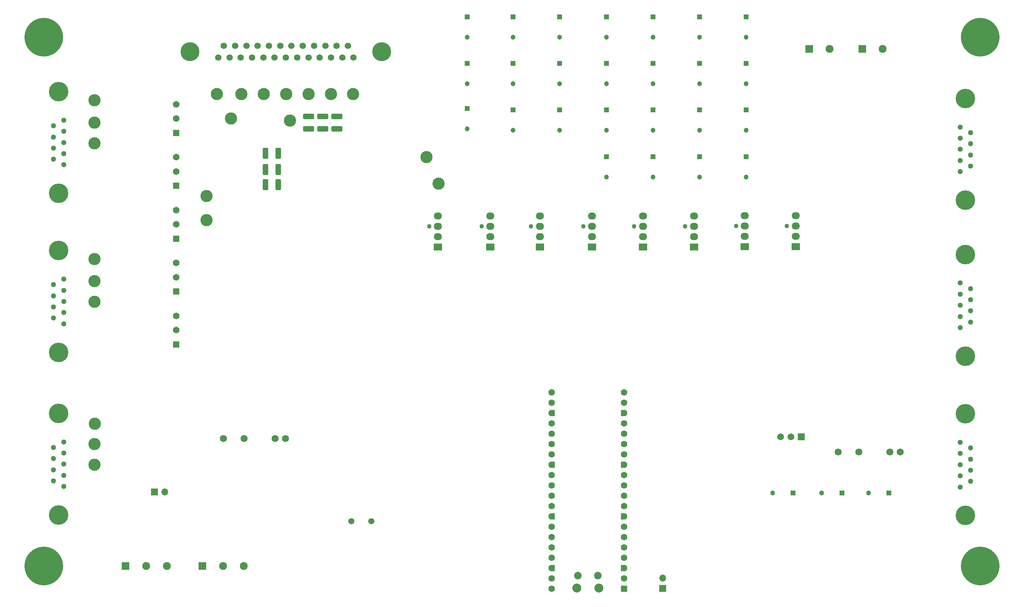
<source format=gbr>
%TF.GenerationSoftware,KiCad,Pcbnew,9.0.0*%
%TF.CreationDate,2025-04-28T14:03:09-07:00*%
%TF.ProjectId,ControlBoard,436f6e74-726f-46c4-926f-6172642e6b69,rev?*%
%TF.SameCoordinates,Original*%
%TF.FileFunction,Soldermask,Bot*%
%TF.FilePolarity,Negative*%
%FSLAX46Y46*%
G04 Gerber Fmt 4.6, Leading zero omitted, Abs format (unit mm)*
G04 Created by KiCad (PCBNEW 9.0.0) date 2025-04-28 14:03:09*
%MOMM*%
%LPD*%
G01*
G04 APERTURE LIST*
G04 Aperture macros list*
%AMRoundRect*
0 Rectangle with rounded corners*
0 $1 Rounding radius*
0 $2 $3 $4 $5 $6 $7 $8 $9 X,Y pos of 4 corners*
0 Add a 4 corners polygon primitive as box body*
4,1,4,$2,$3,$4,$5,$6,$7,$8,$9,$2,$3,0*
0 Add four circle primitives for the rounded corners*
1,1,$1+$1,$2,$3*
1,1,$1+$1,$4,$5*
1,1,$1+$1,$6,$7*
1,1,$1+$1,$8,$9*
0 Add four rect primitives between the rounded corners*
20,1,$1+$1,$2,$3,$4,$5,0*
20,1,$1+$1,$4,$5,$6,$7,0*
20,1,$1+$1,$6,$7,$8,$9,0*
20,1,$1+$1,$8,$9,$2,$3,0*%
%AMFreePoly0*
4,1,37,0.603843,0.796157,0.639018,0.796157,0.711114,0.766294,0.766294,0.711114,0.796157,0.639018,0.796157,0.603843,0.800000,0.600000,0.800000,-0.600000,0.796157,-0.603843,0.796157,-0.639018,0.766294,-0.711114,0.711114,-0.766294,0.639018,-0.796157,0.603843,-0.796157,0.600000,-0.800000,0.000000,-0.800000,0.000000,-0.796148,-0.078414,-0.796148,-0.232228,-0.765552,-0.377117,-0.705537,
-0.507515,-0.618408,-0.618408,-0.507515,-0.705537,-0.377117,-0.765552,-0.232228,-0.796148,-0.078414,-0.796148,0.078414,-0.765552,0.232228,-0.705537,0.377117,-0.618408,0.507515,-0.507515,0.618408,-0.377117,0.705537,-0.232228,0.765552,-0.078414,0.796148,0.000000,0.796148,0.000000,0.800000,0.600000,0.800000,0.603843,0.796157,0.603843,0.796157,$1*%
%AMFreePoly1*
4,1,37,0.000000,0.796148,0.078414,0.796148,0.232228,0.765552,0.377117,0.705537,0.507515,0.618408,0.618408,0.507515,0.705537,0.377117,0.765552,0.232228,0.796148,0.078414,0.796148,-0.078414,0.765552,-0.232228,0.705537,-0.377117,0.618408,-0.507515,0.507515,-0.618408,0.377117,-0.705537,0.232228,-0.765552,0.078414,-0.796148,0.000000,-0.796148,0.000000,-0.800000,-0.600000,-0.800000,
-0.603843,-0.796157,-0.639018,-0.796157,-0.711114,-0.766294,-0.766294,-0.711114,-0.796157,-0.639018,-0.796157,-0.603843,-0.800000,-0.600000,-0.800000,0.600000,-0.796157,0.603843,-0.796157,0.639018,-0.766294,0.711114,-0.711114,0.766294,-0.639018,0.796157,-0.603843,0.796157,-0.600000,0.800000,0.000000,0.800000,0.000000,0.796148,0.000000,0.796148,$1*%
G04 Aperture macros list end*
%ADD10C,3.000000*%
%ADD11R,1.200000X1.200000*%
%ADD12C,1.200000*%
%ADD13R,1.950000X1.950000*%
%ADD14C,1.950000*%
%ADD15C,1.300000*%
%ADD16C,4.800000*%
%ADD17C,9.500000*%
%ADD18C,2.200000*%
%ADD19C,1.850000*%
%ADD20RoundRect,0.200000X0.600000X0.600000X-0.600000X0.600000X-0.600000X-0.600000X0.600000X-0.600000X0*%
%ADD21C,1.600000*%
%ADD22FreePoly0,180.000000*%
%ADD23FreePoly1,180.000000*%
%ADD24R,1.650000X1.650000*%
%ADD25C,1.650000*%
%ADD26C,1.100000*%
%ADD27R,2.030000X1.730000*%
%ADD28O,2.030000X1.730000*%
%ADD29R,1.700000X1.700000*%
%ADD30O,1.700000X1.700000*%
%ADD31C,1.725000*%
%ADD32R,1.665000X1.665000*%
%ADD33C,1.665000*%
%ADD34C,1.575000*%
%ADD35C,4.650000*%
%ADD36C,1.500000*%
%ADD37RoundRect,0.250000X1.100000X-0.412500X1.100000X0.412500X-1.100000X0.412500X-1.100000X-0.412500X0*%
%ADD38RoundRect,0.250000X0.412500X1.100000X-0.412500X1.100000X-0.412500X-1.100000X0.412500X-1.100000X0*%
G04 APERTURE END LIST*
D10*
%TO.C,TP23*%
X129000000Y-64500000D03*
%TD*%
D11*
%TO.C,C39*%
X139000000Y-41450000D03*
D12*
X139000000Y-46450000D03*
%TD*%
D13*
%TO.C,J16*%
X236050000Y-37900000D03*
D14*
X241050000Y-37900000D03*
%TD*%
D10*
%TO.C,TP9*%
X83500000Y-49000000D03*
%TD*%
%TO.C,TP10*%
X89000000Y-49000000D03*
%TD*%
%TO.C,TP27*%
X47550000Y-130000000D03*
%TD*%
%TO.C,TP24*%
X75000000Y-74000000D03*
%TD*%
D15*
%TO.C,J11*%
X260059610Y-95410000D03*
X260059610Y-98150000D03*
X260059610Y-100890000D03*
X260059610Y-103630000D03*
X260059610Y-106370000D03*
X262599610Y-96780000D03*
X262599610Y-99520000D03*
X262599610Y-102260000D03*
X262599610Y-105000000D03*
D16*
X261329610Y-88390000D03*
X261329610Y-113390000D03*
%TD*%
D10*
%TO.C,TP21*%
X75000000Y-80000000D03*
%TD*%
D13*
%TO.C,J17*%
X73920000Y-165000000D03*
D14*
X79000000Y-165000000D03*
X84080000Y-165000000D03*
%TD*%
D11*
%TO.C,C60*%
X150250000Y-52900000D03*
D12*
X150250000Y-57900000D03*
%TD*%
D10*
%TO.C,TP25*%
X47500000Y-50500000D03*
%TD*%
%TO.C,TP20*%
X47500000Y-61050000D03*
%TD*%
D11*
%TO.C,C64*%
X173150000Y-64350000D03*
D12*
X173150000Y-69350000D03*
%TD*%
D11*
%TO.C,C63*%
X184600000Y-64350000D03*
D12*
X184600000Y-69350000D03*
%TD*%
D17*
%TO.C,H3*%
X35000000Y-35000000D03*
%TD*%
D11*
%TO.C,C47*%
X161700000Y-30000000D03*
D12*
X161700000Y-35000000D03*
%TD*%
D18*
%TO.C,A1*%
X171335000Y-170390000D03*
D19*
X171035000Y-167360000D03*
X166185000Y-167360000D03*
D18*
X165885000Y-170390000D03*
D20*
X177500000Y-170520000D03*
D21*
X177500000Y-167980000D03*
D22*
X177500000Y-165440000D03*
D21*
X177500000Y-162900000D03*
X177500000Y-160360000D03*
X177500000Y-157820000D03*
X177500000Y-155280000D03*
D22*
X177500000Y-152740000D03*
D21*
X177500000Y-150200000D03*
X177500000Y-147660000D03*
X177500000Y-145120000D03*
X177500000Y-142580000D03*
D22*
X177500000Y-140040000D03*
D21*
X177500000Y-137500000D03*
X177500000Y-134960000D03*
X177500000Y-132420000D03*
X177500000Y-129880000D03*
D22*
X177500000Y-127340000D03*
D21*
X177500000Y-124800000D03*
X177500000Y-122260000D03*
X159720000Y-122260000D03*
X159720000Y-124800000D03*
D23*
X159720000Y-127340000D03*
D21*
X159720000Y-129880000D03*
X159720000Y-132420000D03*
X159720000Y-134960000D03*
X159720000Y-137500000D03*
D23*
X159720000Y-140040000D03*
D21*
X159720000Y-142580000D03*
X159720000Y-145120000D03*
X159720000Y-147660000D03*
X159720000Y-150200000D03*
D23*
X159720000Y-152740000D03*
D21*
X159720000Y-155280000D03*
X159720000Y-157820000D03*
X159720000Y-160360000D03*
X159720000Y-162900000D03*
D23*
X159720000Y-165440000D03*
D21*
X159720000Y-167980000D03*
X159720000Y-170520000D03*
%TD*%
D24*
%TO.C,J5*%
X67500000Y-58500000D03*
D25*
X67500000Y-55000000D03*
X67500000Y-51500000D03*
%TD*%
D10*
%TO.C,TP8*%
X77500000Y-49000000D03*
%TD*%
D26*
%TO.C,M4*%
X167500000Y-81460000D03*
D27*
X169660000Y-86540000D03*
D28*
X169660000Y-84000000D03*
X169660000Y-81460000D03*
X169660000Y-78920000D03*
%TD*%
D24*
%TO.C,J7*%
X67500000Y-71500000D03*
D25*
X67500000Y-68000000D03*
X67500000Y-64500000D03*
%TD*%
D11*
%TO.C,C55*%
X207500000Y-52900000D03*
D12*
X207500000Y-57900000D03*
%TD*%
D29*
%TO.C,J1*%
X187000000Y-170500000D03*
D30*
X187000000Y-167960000D03*
%TD*%
D11*
%TO.C,C59*%
X161700000Y-52900000D03*
D12*
X161700000Y-57900000D03*
%TD*%
D10*
%TO.C,TP15*%
X47500000Y-135000000D03*
%TD*%
D26*
%TO.C,M3*%
X154660000Y-81460000D03*
D27*
X156820000Y-86540000D03*
D28*
X156820000Y-84000000D03*
X156820000Y-81460000D03*
X156820000Y-78920000D03*
%TD*%
D11*
%TO.C,C52*%
X173150000Y-41450000D03*
D12*
X173150000Y-46450000D03*
%TD*%
D31*
%TO.C,PS1*%
X245325000Y-136915000D03*
X242785000Y-136915000D03*
X235165000Y-136915000D03*
X230085000Y-136915000D03*
%TD*%
D11*
%TO.C,C48*%
X150250000Y-30000000D03*
D12*
X150250000Y-35000000D03*
%TD*%
D15*
%TO.C,J13*%
X260059610Y-134581500D03*
X260059610Y-137321500D03*
X260059610Y-140061500D03*
X260059610Y-142801500D03*
X260059610Y-145541500D03*
X262599610Y-135951500D03*
X262599610Y-138691500D03*
X262599610Y-141431500D03*
X262599610Y-144171500D03*
D16*
X261329610Y-127561500D03*
X261329610Y-152561500D03*
%TD*%
D26*
%TO.C,M5*%
X180000000Y-81460000D03*
D27*
X182160000Y-86540000D03*
D28*
X182160000Y-84000000D03*
X182160000Y-81460000D03*
X182160000Y-78920000D03*
%TD*%
D11*
%TO.C,C49*%
X207500000Y-41450000D03*
D12*
X207500000Y-46450000D03*
%TD*%
D11*
%TO.C,C53*%
X161700000Y-41450000D03*
D12*
X161700000Y-46450000D03*
%TD*%
D15*
%TO.C,J10*%
X39940390Y-66370000D03*
X39940390Y-63630000D03*
X39940390Y-60890000D03*
X39940390Y-58150000D03*
X39940390Y-55410000D03*
X37400390Y-65000000D03*
X37400390Y-62260000D03*
X37400390Y-59520000D03*
X37400390Y-56780000D03*
D16*
X38670390Y-73390000D03*
X38670390Y-48390000D03*
%TD*%
D17*
%TO.C,H1*%
X265000000Y-35000000D03*
%TD*%
D11*
%TO.C,C51*%
X184600000Y-41450000D03*
D12*
X184600000Y-46450000D03*
%TD*%
D11*
%TO.C,C62*%
X196050000Y-64350000D03*
D12*
X196050000Y-69350000D03*
%TD*%
D11*
%TO.C,C42*%
X242500000Y-147000000D03*
D12*
X237500000Y-147000000D03*
%TD*%
D24*
%TO.C,J24*%
X67500000Y-110500000D03*
D25*
X67500000Y-107000000D03*
X67500000Y-103500000D03*
%TD*%
D11*
%TO.C,C43*%
X207500000Y-30000000D03*
D12*
X207500000Y-35000000D03*
%TD*%
D26*
%TO.C,M1*%
X129660000Y-81460000D03*
D27*
X131820000Y-86540000D03*
D28*
X131820000Y-84000000D03*
X131820000Y-81460000D03*
X131820000Y-78920000D03*
%TD*%
D11*
%TO.C,C57*%
X184600000Y-52900000D03*
D12*
X184600000Y-57900000D03*
%TD*%
D11*
%TO.C,C45*%
X184600000Y-30000000D03*
D12*
X184600000Y-35000000D03*
%TD*%
D31*
%TO.C,PS3*%
X94325000Y-133615000D03*
X91785000Y-133615000D03*
X84165000Y-133615000D03*
X79085000Y-133615000D03*
%TD*%
D10*
%TO.C,TP19*%
X47500000Y-56000000D03*
%TD*%
D15*
%TO.C,J4*%
X260059610Y-57081500D03*
X260059610Y-59821500D03*
X260059610Y-62561500D03*
X260059610Y-65301500D03*
X260059610Y-68041500D03*
X262599610Y-58451500D03*
X262599610Y-61191500D03*
X262599610Y-63931500D03*
X262599610Y-66671500D03*
D16*
X261329610Y-50061500D03*
X261329610Y-75061500D03*
%TD*%
D10*
%TO.C,TP11*%
X94500000Y-49000000D03*
%TD*%
D32*
%TO.C,PS2*%
X221040000Y-133225000D03*
D33*
X218500000Y-133225000D03*
X215960000Y-133225000D03*
%TD*%
D17*
%TO.C,H4*%
X35000000Y-165000000D03*
%TD*%
D11*
%TO.C,C54*%
X150250000Y-41450000D03*
D12*
X150250000Y-46450000D03*
%TD*%
D11*
%TO.C,C37*%
X139000000Y-30000000D03*
D12*
X139000000Y-35000000D03*
%TD*%
D11*
%TO.C,C41*%
X231000000Y-147000000D03*
D12*
X226000000Y-147000000D03*
%TD*%
D17*
%TO.C,H2*%
X265000000Y-165000000D03*
%TD*%
D10*
%TO.C,TP12*%
X100000000Y-49000000D03*
%TD*%
D11*
%TO.C,C40*%
X219000000Y-147000000D03*
D12*
X214000000Y-147000000D03*
%TD*%
D10*
%TO.C,TP7*%
X81000000Y-55000000D03*
%TD*%
D11*
%TO.C,C50*%
X196050000Y-41450000D03*
D12*
X196050000Y-46450000D03*
%TD*%
D13*
%TO.C,J3*%
X55080000Y-165000000D03*
D14*
X60160000Y-165000000D03*
X65240000Y-165000000D03*
%TD*%
D34*
%TO.C,J6*%
X77840000Y-40000000D03*
X80610000Y-40000000D03*
X83380000Y-40000000D03*
X86150000Y-40000000D03*
X88920000Y-40000000D03*
X91690000Y-40000000D03*
X94460000Y-40000000D03*
X97230000Y-40000000D03*
X100000000Y-40000000D03*
X102770000Y-40000000D03*
X105540000Y-40000000D03*
X108310000Y-40000000D03*
X111080000Y-40000000D03*
X109695000Y-37160000D03*
X106925000Y-37160000D03*
X104155000Y-37160000D03*
X101385000Y-37160000D03*
X98615000Y-37160000D03*
X95845000Y-37160000D03*
X93075000Y-37160000D03*
X90305000Y-37160000D03*
X87535000Y-37160000D03*
X84765000Y-37160000D03*
X81995000Y-37160000D03*
X79225000Y-37160000D03*
D35*
X70940000Y-38580000D03*
X117980000Y-38580000D03*
%TD*%
D26*
%TO.C,M6*%
X192500000Y-81460000D03*
D27*
X194660000Y-86540000D03*
D28*
X194660000Y-84000000D03*
X194660000Y-81460000D03*
X194660000Y-78920000D03*
%TD*%
D26*
%TO.C,M7*%
X205000000Y-81420000D03*
D27*
X207160000Y-86500000D03*
D28*
X207160000Y-83960000D03*
X207160000Y-81420000D03*
X207160000Y-78880000D03*
%TD*%
D29*
%TO.C,JP1*%
X62225000Y-146750000D03*
D30*
X64765000Y-146750000D03*
%TD*%
D10*
%TO.C,TP26*%
X47500000Y-89500000D03*
%TD*%
%TO.C,TP17*%
X47500000Y-94950000D03*
%TD*%
D11*
%TO.C,C38*%
X139000000Y-52500000D03*
D12*
X139000000Y-57500000D03*
%TD*%
D10*
%TO.C,TP28*%
X95500000Y-55500000D03*
%TD*%
%TO.C,TP13*%
X105500000Y-49000000D03*
%TD*%
D11*
%TO.C,C56*%
X196050000Y-52900000D03*
D12*
X196050000Y-57900000D03*
%TD*%
D26*
%TO.C,M8*%
X217500000Y-81420000D03*
D27*
X219660000Y-86500000D03*
D28*
X219660000Y-83960000D03*
X219660000Y-81420000D03*
X219660000Y-78880000D03*
%TD*%
D15*
%TO.C,J12*%
X39940390Y-105418500D03*
X39940390Y-102678500D03*
X39940390Y-99938500D03*
X39940390Y-97198500D03*
X39940390Y-94458500D03*
X37400390Y-104048500D03*
X37400390Y-101308500D03*
X37400390Y-98568500D03*
X37400390Y-95828500D03*
D16*
X38670390Y-112438500D03*
X38670390Y-87438500D03*
%TD*%
D26*
%TO.C,M2*%
X142500000Y-81460000D03*
D27*
X144660000Y-86540000D03*
D28*
X144660000Y-84000000D03*
X144660000Y-81460000D03*
X144660000Y-78920000D03*
%TD*%
D10*
%TO.C,TP18*%
X47500000Y-100000000D03*
%TD*%
D24*
%TO.C,J8*%
X67500000Y-84500000D03*
D25*
X67500000Y-81000000D03*
X67500000Y-77500000D03*
%TD*%
D36*
%TO.C,Y1*%
X110550000Y-154000000D03*
X115430000Y-154000000D03*
%TD*%
D13*
%TO.C,J15*%
X222950000Y-37900000D03*
D14*
X227950000Y-37900000D03*
%TD*%
D24*
%TO.C,J9*%
X67500000Y-97500000D03*
D25*
X67500000Y-94000000D03*
X67500000Y-90500000D03*
%TD*%
D15*
%TO.C,J14*%
X39940390Y-145418500D03*
X39940390Y-142678500D03*
X39940390Y-139938500D03*
X39940390Y-137198500D03*
X39940390Y-134458500D03*
X37400390Y-144048500D03*
X37400390Y-141308500D03*
X37400390Y-138568500D03*
X37400390Y-135828500D03*
D16*
X38670390Y-152438500D03*
X38670390Y-127438500D03*
%TD*%
D11*
%TO.C,C61*%
X207500000Y-64350000D03*
D12*
X207500000Y-69350000D03*
%TD*%
D11*
%TO.C,C44*%
X196050000Y-30000000D03*
D12*
X196050000Y-35000000D03*
%TD*%
D10*
%TO.C,TP16*%
X47500000Y-140050000D03*
%TD*%
D11*
%TO.C,C58*%
X173150000Y-52900000D03*
D12*
X173150000Y-57900000D03*
%TD*%
D11*
%TO.C,C46*%
X173150000Y-30000000D03*
D12*
X173150000Y-35000000D03*
%TD*%
D10*
%TO.C,TP22*%
X132000000Y-71000000D03*
%TD*%
%TO.C,TP14*%
X111000000Y-49000000D03*
%TD*%
D37*
%TO.C,C114*%
X107000000Y-57562500D03*
X107000000Y-54437500D03*
%TD*%
D38*
%TO.C,C36*%
X92562500Y-63500000D03*
X89437500Y-63500000D03*
%TD*%
D37*
%TO.C,C112*%
X100000000Y-57562500D03*
X100000000Y-54437500D03*
%TD*%
%TO.C,C113*%
X103500000Y-57562500D03*
X103500000Y-54437500D03*
%TD*%
D38*
%TO.C,C35*%
X92562500Y-71250000D03*
X89437500Y-71250000D03*
%TD*%
%TO.C,C96*%
X92562500Y-67500000D03*
X89437500Y-67500000D03*
%TD*%
M02*

</source>
